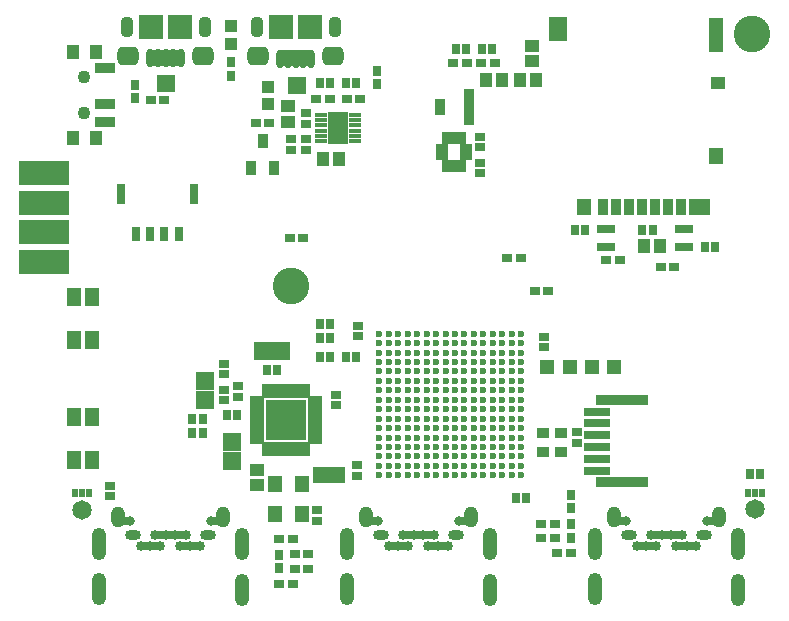
<source format=gts>
G04*
G04 #@! TF.GenerationSoftware,Altium Limited,Altium Designer,19.0.15 (446)*
G04*
G04 Layer_Color=8388736*
%FSLAX42Y42*%
%MOMM*%
G71*
G01*
G75*
%ADD66R,0.88X3.00*%
%ADD67R,0.88X1.45*%
%ADD68R,1.00X1.40*%
%ADD69R,1.00X1.40*%
%ADD70R,2.00X1.00*%
%ADD71R,0.70X0.80*%
%ADD72R,1.30X0.70*%
%ADD73R,2.20X0.70*%
%ADD74R,2.60X1.40*%
%ADD75R,1.55X0.30*%
%ADD76R,0.20X1.45*%
%ADD77R,0.49X0.73*%
%ADD78R,0.85X0.47*%
%ADD79R,0.85X0.45*%
%ADD80R,1.10X1.20*%
%ADD81R,0.80X0.84*%
%ADD82R,0.95X0.80*%
%ADD83R,0.84X0.80*%
%ADD84R,1.15X1.05*%
%ADD85R,1.00X1.20*%
%ADD86R,1.70X0.90*%
%ADD87R,0.80X0.95*%
%ADD88R,0.50X0.80*%
%ADD89R,0.45X0.88*%
%ADD90R,0.88X0.45*%
%ADD91R,0.80X1.30*%
%ADD92R,0.80X1.70*%
%ADD93R,1.05X0.85*%
%ADD94R,2.20X0.80*%
%ADD95R,4.40X0.90*%
%ADD96R,0.50X0.72*%
%ADD97C,0.60*%
%ADD98R,2.10X2.00*%
G04:AMPARAMS|DCode=99|XSize=1.8mm|YSize=1.6mm|CornerRadius=0.45mm|HoleSize=0mm|Usage=FLASHONLY|Rotation=180.000|XOffset=0mm|YOffset=0mm|HoleType=Round|Shape=RoundedRectangle|*
%AMROUNDEDRECTD99*
21,1,1.80,0.70,0,0,180.0*
21,1,0.90,1.60,0,0,180.0*
1,1,0.90,-0.45,0.35*
1,1,0.90,0.45,0.35*
1,1,0.90,0.45,-0.35*
1,1,0.90,-0.45,-0.35*
%
%ADD99ROUNDEDRECTD99*%
%ADD100O,0.60X1.55*%
%ADD101R,1.15X1.50*%
%ADD102R,1.20X1.10*%
%ADD103R,0.90X1.40*%
%ADD104R,1.20X1.40*%
%ADD105R,1.20X1.00*%
%ADD106R,1.20X3.00*%
%ADD107R,1.50X2.10*%
%ADD108R,1.00X1.00*%
%ADD109R,0.85X1.15*%
%ADD110R,1.05X0.45*%
%ADD111R,1.78X2.68*%
%ADD112R,1.20X1.20*%
%ADD113R,1.20X1.20*%
%ADD114R,4.27X2.11*%
%ADD115R,1.30X1.40*%
%ADD116R,0.56X1.17*%
%ADD117R,1.17X0.56*%
%ADD118R,3.45X3.45*%
%ADD119R,1.60X1.50*%
%ADD120R,1.50X1.60*%
%ADD121R,2.70X1.45*%
%ADD122C,1.65*%
%ADD123C,1.10*%
%ADD124C,0.85*%
%ADD125O,1.35X0.85*%
%ADD126C,0.80*%
%ADD127O,1.20X1.80*%
%ADD128O,1.20X2.76*%
%ADD129O,1.10X1.80*%
%ADD130C,3.10*%
D66*
X3429Y-800D02*
D03*
D67*
X3179D02*
D03*
D68*
X3400Y-1180D02*
D03*
D69*
X3200D02*
D03*
D70*
X3300Y-1060D02*
D03*
Y-1300D02*
D03*
D71*
X1285Y-4310D02*
D03*
X515D02*
D03*
X2615D02*
D03*
X3385D02*
D03*
X4715D02*
D03*
X5485D02*
D03*
D72*
X735Y-4515D02*
D03*
X1065D02*
D03*
X3165D02*
D03*
X2835D02*
D03*
X5265D02*
D03*
X4935D02*
D03*
D73*
X900Y-4425D02*
D03*
X3000D02*
D03*
X5100D02*
D03*
D74*
X860Y-390D02*
D03*
X1960Y-390D02*
D03*
D75*
X860Y-600D02*
D03*
X1970Y-620D02*
D03*
D76*
X5380Y-1650D02*
D03*
D77*
X5909Y-4067D02*
D03*
X5850D02*
D03*
X5791D02*
D03*
X90Y-4069D02*
D03*
X150D02*
D03*
X209D02*
D03*
D78*
X3430Y-675D02*
D03*
Y-925D02*
D03*
D79*
Y-725D02*
D03*
X3180Y-750D02*
D03*
X3430Y-775D02*
D03*
X3180Y-800D02*
D03*
X3430Y-825D02*
D03*
X3180Y-850D02*
D03*
X3430Y-875D02*
D03*
D80*
X3708Y-570D02*
D03*
X3572D02*
D03*
X3862D02*
D03*
X3997D02*
D03*
X5047Y-1980D02*
D03*
X4912D02*
D03*
X2327Y-1240D02*
D03*
X2192D02*
D03*
D81*
X3536Y-310D02*
D03*
X3624D02*
D03*
X5894Y-3910D02*
D03*
X5806D02*
D03*
X3404Y-310D02*
D03*
X3316D02*
D03*
X2474Y-2920D02*
D03*
X2386D02*
D03*
X2251Y-2760D02*
D03*
X2163D02*
D03*
X2163Y-2920D02*
D03*
X2251D02*
D03*
Y-2640D02*
D03*
X2163D02*
D03*
X1376Y-3410D02*
D03*
X1464D02*
D03*
X4896Y-1840D02*
D03*
X4984D02*
D03*
X5426Y-1990D02*
D03*
X5514D02*
D03*
X4414Y-1840D02*
D03*
X4326D02*
D03*
X3914Y-4110D02*
D03*
X3826D02*
D03*
X2254Y-600D02*
D03*
X2166D02*
D03*
X2386D02*
D03*
X2474D02*
D03*
X1174Y-3560D02*
D03*
X1086D02*
D03*
X1804Y-3030D02*
D03*
X1716D02*
D03*
X1174Y-3440D02*
D03*
X1086D02*
D03*
D82*
X3533Y-430D02*
D03*
X3647D02*
D03*
X3408D02*
D03*
X3292D02*
D03*
X4097Y-2360D02*
D03*
X3983D02*
D03*
X5167Y-2160D02*
D03*
X5053D02*
D03*
X4592Y-2100D02*
D03*
X4708D02*
D03*
X2027Y-1910D02*
D03*
X1912D02*
D03*
X848Y-740D02*
D03*
X732D02*
D03*
X4158Y-4450D02*
D03*
X4042D02*
D03*
X4172Y-4580D02*
D03*
X4288D02*
D03*
X4042Y-4330D02*
D03*
X4158D02*
D03*
X1738Y-940D02*
D03*
X1623D02*
D03*
X2133Y-730D02*
D03*
X2248D02*
D03*
X2508D02*
D03*
X2392D02*
D03*
X3867Y-2080D02*
D03*
X3753D02*
D03*
X1823Y-4840D02*
D03*
X1938D02*
D03*
X2067Y-4710D02*
D03*
X1952D02*
D03*
Y-4590D02*
D03*
X2067D02*
D03*
X1938Y-4460D02*
D03*
X1823D02*
D03*
D83*
X2140Y-4304D02*
D03*
Y-4216D02*
D03*
X390Y-4094D02*
D03*
Y-4006D02*
D03*
X3520Y-1276D02*
D03*
Y-1364D02*
D03*
X2490Y-2656D02*
D03*
Y-2744D02*
D03*
X4340Y-3644D02*
D03*
Y-3556D02*
D03*
X3520Y-1056D02*
D03*
Y-1144D02*
D03*
X1920Y-1076D02*
D03*
Y-1164D02*
D03*
X2050Y-1076D02*
D03*
Y-1164D02*
D03*
Y-944D02*
D03*
Y-856D02*
D03*
X4060Y-2834D02*
D03*
Y-2746D02*
D03*
X2300Y-3324D02*
D03*
Y-3236D02*
D03*
X1350Y-3284D02*
D03*
Y-3196D02*
D03*
X1470Y-3254D02*
D03*
Y-3166D02*
D03*
X1350Y-2976D02*
D03*
Y-3064D02*
D03*
X2480Y-3924D02*
D03*
Y-3836D02*
D03*
D84*
X1630Y-3875D02*
D03*
Y-4005D02*
D03*
X3960Y-285D02*
D03*
Y-415D02*
D03*
D85*
X266Y-1065D02*
D03*
Y-335D02*
D03*
X74Y-1065D02*
D03*
Y-335D02*
D03*
D86*
X345Y-925D02*
D03*
Y-475D02*
D03*
Y-775D02*
D03*
D87*
X2650Y-607D02*
D03*
Y-493D02*
D03*
X4290Y-4197D02*
D03*
Y-4083D02*
D03*
Y-4447D02*
D03*
Y-4333D02*
D03*
X1410Y-422D02*
D03*
Y-538D02*
D03*
X600Y-612D02*
D03*
Y-728D02*
D03*
X1820Y-4592D02*
D03*
Y-4708D02*
D03*
D88*
X5300Y-1988D02*
D03*
X5250D02*
D03*
X5200D02*
D03*
Y-1833D02*
D03*
X5250D02*
D03*
X5300D02*
D03*
X4540D02*
D03*
X4590D02*
D03*
X4640D02*
D03*
Y-1988D02*
D03*
X4590D02*
D03*
X4540D02*
D03*
D89*
X3225Y-1306D02*
D03*
X3275D02*
D03*
X3325D02*
D03*
X3375D02*
D03*
Y-1054D02*
D03*
X3325D02*
D03*
X3275D02*
D03*
X3225D02*
D03*
D90*
X3401Y-1230D02*
D03*
Y-1180D02*
D03*
Y-1130D02*
D03*
X3199D02*
D03*
Y-1180D02*
D03*
Y-1230D02*
D03*
D91*
X610Y-1880D02*
D03*
X730D02*
D03*
X850D02*
D03*
X970D02*
D03*
D92*
X483Y-1540D02*
D03*
X1097D02*
D03*
D93*
X4055Y-3725D02*
D03*
Y-3560D02*
D03*
X4210D02*
D03*
Y-3725D02*
D03*
D94*
X4510Y-3880D02*
D03*
Y-3780D02*
D03*
Y-3680D02*
D03*
Y-3580D02*
D03*
Y-3480D02*
D03*
Y-3380D02*
D03*
D95*
X4720Y-3980D02*
D03*
Y-3280D02*
D03*
D96*
X910Y-638D02*
D03*
X860D02*
D03*
X810D02*
D03*
Y-562D02*
D03*
X860D02*
D03*
X910D02*
D03*
X2020Y-658D02*
D03*
X1970D02*
D03*
X1920D02*
D03*
Y-582D02*
D03*
X1970D02*
D03*
X2020D02*
D03*
D97*
X3870Y-3920D02*
D03*
X3790D02*
D03*
X3710D02*
D03*
X3630D02*
D03*
X3550D02*
D03*
X3470D02*
D03*
X3390D02*
D03*
X3310D02*
D03*
X3230D02*
D03*
X3150D02*
D03*
X3070D02*
D03*
X2990D02*
D03*
X2910D02*
D03*
X2830D02*
D03*
X2750D02*
D03*
X2670D02*
D03*
X3870Y-3840D02*
D03*
X3790D02*
D03*
X3710D02*
D03*
X3630D02*
D03*
X3550D02*
D03*
X3470D02*
D03*
X3390D02*
D03*
X3310D02*
D03*
X3230D02*
D03*
X3150D02*
D03*
X3070D02*
D03*
X2990D02*
D03*
X2910D02*
D03*
X2830D02*
D03*
X2750D02*
D03*
X2670D02*
D03*
X3870Y-3760D02*
D03*
X3790D02*
D03*
X3710D02*
D03*
X3630D02*
D03*
X3550D02*
D03*
X3470D02*
D03*
X3390D02*
D03*
X3310D02*
D03*
X3230D02*
D03*
X3150D02*
D03*
X3070D02*
D03*
X2990D02*
D03*
X2910D02*
D03*
X2830D02*
D03*
X2750D02*
D03*
X2670D02*
D03*
X3870Y-3680D02*
D03*
X3790D02*
D03*
X3710D02*
D03*
X3630D02*
D03*
X3550D02*
D03*
X3470D02*
D03*
X3390D02*
D03*
X3310D02*
D03*
X3230D02*
D03*
X3150D02*
D03*
X3070D02*
D03*
X2990D02*
D03*
X2910D02*
D03*
X2830D02*
D03*
X2750D02*
D03*
X2670D02*
D03*
X3870Y-3600D02*
D03*
X3790D02*
D03*
X3710D02*
D03*
X3630D02*
D03*
X3550D02*
D03*
X3470D02*
D03*
X3390D02*
D03*
X3310D02*
D03*
X3230D02*
D03*
X3150D02*
D03*
X3070D02*
D03*
X2990D02*
D03*
X2910D02*
D03*
X2830D02*
D03*
X2750D02*
D03*
X2670D02*
D03*
X3870Y-3520D02*
D03*
X3790D02*
D03*
X3710D02*
D03*
X3630D02*
D03*
X3550D02*
D03*
X3470D02*
D03*
X3390D02*
D03*
X3310D02*
D03*
X3230D02*
D03*
X3150D02*
D03*
X3070D02*
D03*
X2990D02*
D03*
X2910D02*
D03*
X2830D02*
D03*
X2750D02*
D03*
X2670D02*
D03*
X3870Y-3440D02*
D03*
X3790D02*
D03*
X3710D02*
D03*
X3630D02*
D03*
X3550D02*
D03*
X3470D02*
D03*
X3390D02*
D03*
X3310D02*
D03*
X3230D02*
D03*
X3150D02*
D03*
X3070D02*
D03*
X2990D02*
D03*
X2910D02*
D03*
X2830D02*
D03*
X2750D02*
D03*
X2670D02*
D03*
X3870Y-3360D02*
D03*
X3790D02*
D03*
X3710D02*
D03*
X3630D02*
D03*
X3550D02*
D03*
X3470D02*
D03*
X3390D02*
D03*
X3310D02*
D03*
X3230D02*
D03*
X3150D02*
D03*
X3070D02*
D03*
X2990D02*
D03*
X2910D02*
D03*
X2830D02*
D03*
X2750D02*
D03*
X2670D02*
D03*
X3870Y-3280D02*
D03*
X3790D02*
D03*
X3710D02*
D03*
X3630D02*
D03*
X3550D02*
D03*
X3470D02*
D03*
X3390D02*
D03*
X3310D02*
D03*
X3230D02*
D03*
X3150D02*
D03*
X3070D02*
D03*
X2990D02*
D03*
X2910D02*
D03*
X2830D02*
D03*
X2750D02*
D03*
X2670D02*
D03*
X3870Y-3200D02*
D03*
X3790D02*
D03*
X3710D02*
D03*
X3630D02*
D03*
X3550D02*
D03*
X3470D02*
D03*
X3390D02*
D03*
X3310D02*
D03*
X3230D02*
D03*
X3150D02*
D03*
X3070D02*
D03*
X2990D02*
D03*
X2910D02*
D03*
X2830D02*
D03*
X2750D02*
D03*
X2670D02*
D03*
X3870Y-3120D02*
D03*
X3790D02*
D03*
X3710D02*
D03*
X3630D02*
D03*
X3550D02*
D03*
X3470D02*
D03*
X3390D02*
D03*
X3310D02*
D03*
X3230D02*
D03*
X3150D02*
D03*
X3070D02*
D03*
X2990D02*
D03*
X2910D02*
D03*
X2830D02*
D03*
X2750D02*
D03*
X2670D02*
D03*
X3870Y-3040D02*
D03*
X3790D02*
D03*
X3710D02*
D03*
X3630D02*
D03*
X3550D02*
D03*
X3470D02*
D03*
X3390D02*
D03*
X3310D02*
D03*
X3230D02*
D03*
X3150D02*
D03*
X3070D02*
D03*
X2990D02*
D03*
X2910D02*
D03*
X2830D02*
D03*
X2750D02*
D03*
X2670D02*
D03*
X3870Y-2960D02*
D03*
X3790D02*
D03*
X3710D02*
D03*
X3630D02*
D03*
X3550D02*
D03*
X3470D02*
D03*
X3390D02*
D03*
X3310D02*
D03*
X3230D02*
D03*
X3150D02*
D03*
X3070D02*
D03*
X2990D02*
D03*
X2910D02*
D03*
X2830D02*
D03*
X2750D02*
D03*
X2670D02*
D03*
X3870Y-2880D02*
D03*
X3790D02*
D03*
X3710D02*
D03*
X3630D02*
D03*
X3550D02*
D03*
X3470D02*
D03*
X3390D02*
D03*
X3310D02*
D03*
X3230D02*
D03*
X3150D02*
D03*
X3070D02*
D03*
X2990D02*
D03*
X2910D02*
D03*
X2830D02*
D03*
X2750D02*
D03*
X2670D02*
D03*
X3870Y-2800D02*
D03*
X3790D02*
D03*
X3710D02*
D03*
X3630D02*
D03*
X3550D02*
D03*
X3470D02*
D03*
X3390D02*
D03*
X3310D02*
D03*
X3230D02*
D03*
X3150D02*
D03*
X3070D02*
D03*
X2990D02*
D03*
X2910D02*
D03*
X2830D02*
D03*
X2750D02*
D03*
X2670D02*
D03*
X3870Y-2720D02*
D03*
X3790D02*
D03*
X3710D02*
D03*
X3630D02*
D03*
X3550D02*
D03*
X3470D02*
D03*
X3390D02*
D03*
X3310D02*
D03*
X3230D02*
D03*
X3150D02*
D03*
X3070D02*
D03*
X2990D02*
D03*
X2910D02*
D03*
X2830D02*
D03*
X2750D02*
D03*
X2670D02*
D03*
D98*
X740Y-123D02*
D03*
X980D02*
D03*
X2080Y-125D02*
D03*
X1840D02*
D03*
D99*
X540Y-367D02*
D03*
X1180D02*
D03*
X2280Y-370D02*
D03*
X1640D02*
D03*
D100*
X860Y-390D02*
D03*
X925D02*
D03*
X990D02*
D03*
X730D02*
D03*
X795D02*
D03*
X1895Y-392D02*
D03*
X1830D02*
D03*
X2090D02*
D03*
X2025D02*
D03*
X1960D02*
D03*
D101*
X233Y-3430D02*
D03*
X88D02*
D03*
X233Y-3790D02*
D03*
X88D02*
D03*
X233Y-2410D02*
D03*
X88D02*
D03*
X233Y-2770D02*
D03*
X88D02*
D03*
D102*
X1900Y-927D02*
D03*
Y-792D02*
D03*
D103*
X4560Y-1650D02*
D03*
X4670D02*
D03*
X4780D02*
D03*
X4890D02*
D03*
X5000D02*
D03*
X5110D02*
D03*
X5220D02*
D03*
X5330D02*
D03*
X5425D02*
D03*
D104*
X4405D02*
D03*
X5520Y-1220D02*
D03*
D105*
X5535Y-600D02*
D03*
D106*
X5520Y-190D02*
D03*
D107*
X4185Y-140D02*
D03*
D108*
X1410Y-115D02*
D03*
Y-265D02*
D03*
X1730Y-780D02*
D03*
Y-630D02*
D03*
D109*
X1680Y-1085D02*
D03*
X1775Y-1315D02*
D03*
X1585D02*
D03*
D110*
X2178Y-867D02*
D03*
Y-912D02*
D03*
Y-957D02*
D03*
Y-1002D02*
D03*
Y-1047D02*
D03*
Y-1092D02*
D03*
X2461Y-867D02*
D03*
Y-912D02*
D03*
Y-957D02*
D03*
Y-1002D02*
D03*
Y-1047D02*
D03*
Y-1092D02*
D03*
D111*
X2320Y-980D02*
D03*
D112*
X4090Y-3000D02*
D03*
X4660D02*
D03*
X4280D02*
D03*
D113*
X4470D02*
D03*
D114*
X-170Y-1360D02*
D03*
Y-1610D02*
D03*
Y-1860D02*
D03*
Y-2110D02*
D03*
D115*
X1785Y-4247D02*
D03*
Y-3993D02*
D03*
X2015D02*
D03*
Y-4247D02*
D03*
D116*
X1705Y-3695D02*
D03*
X1755D02*
D03*
X1805D02*
D03*
X1855D02*
D03*
X1905D02*
D03*
X1955D02*
D03*
X2005D02*
D03*
X2055D02*
D03*
Y-3205D02*
D03*
X2005D02*
D03*
X1955D02*
D03*
X1905D02*
D03*
X1855D02*
D03*
X1805D02*
D03*
X1755D02*
D03*
X1705D02*
D03*
D117*
X2125Y-3625D02*
D03*
Y-3575D02*
D03*
Y-3525D02*
D03*
Y-3475D02*
D03*
Y-3425D02*
D03*
Y-3375D02*
D03*
Y-3325D02*
D03*
Y-3275D02*
D03*
X1635D02*
D03*
Y-3325D02*
D03*
Y-3375D02*
D03*
Y-3425D02*
D03*
Y-3475D02*
D03*
Y-3525D02*
D03*
Y-3575D02*
D03*
Y-3625D02*
D03*
D118*
X1880Y-3450D02*
D03*
D119*
X1420Y-3640D02*
D03*
Y-3800D02*
D03*
X1190Y-3280D02*
D03*
Y-3120D02*
D03*
D120*
X1840Y-2870D02*
D03*
X1680D02*
D03*
D121*
X2240Y-3920D02*
D03*
D122*
X5851Y-4208D02*
D03*
X150Y-4210D02*
D03*
D123*
X170Y-850D02*
D03*
Y-550D02*
D03*
D124*
X730Y-4514D02*
D03*
X650D02*
D03*
X815D02*
D03*
X860Y-4424D02*
D03*
X770D02*
D03*
X1030D02*
D03*
X940D02*
D03*
X985Y-4514D02*
D03*
X1150D02*
D03*
X1070D02*
D03*
X3170D02*
D03*
X3250D02*
D03*
X3085D02*
D03*
X3040Y-4424D02*
D03*
X3130D02*
D03*
X2870D02*
D03*
X2960D02*
D03*
X2915Y-4514D02*
D03*
X2750D02*
D03*
X2830D02*
D03*
X5270D02*
D03*
X5350D02*
D03*
X5185D02*
D03*
X5140Y-4424D02*
D03*
X5230D02*
D03*
X4970D02*
D03*
X5060D02*
D03*
X5015Y-4514D02*
D03*
X4850D02*
D03*
X4930D02*
D03*
D125*
X1220Y-4424D02*
D03*
X580D02*
D03*
X2680D02*
D03*
X3320D02*
D03*
X4780D02*
D03*
X5420D02*
D03*
D126*
X555Y-4310D02*
D03*
X1245D02*
D03*
X3345D02*
D03*
X2655D02*
D03*
X5445D02*
D03*
X4755D02*
D03*
D127*
X453Y-4270D02*
D03*
X1348D02*
D03*
X3447D02*
D03*
X2552D02*
D03*
X5547D02*
D03*
X4652D02*
D03*
D128*
X1507Y-4504D02*
D03*
X292D02*
D03*
X1507Y-4890D02*
D03*
X292Y-4880D02*
D03*
X2392D02*
D03*
X3607Y-4890D02*
D03*
X2392Y-4504D02*
D03*
X3607D02*
D03*
X4492Y-4880D02*
D03*
X5707Y-4890D02*
D03*
X4492Y-4504D02*
D03*
X5707D02*
D03*
D129*
X530Y-123D02*
D03*
X1190D02*
D03*
X2290Y-125D02*
D03*
X1630D02*
D03*
D130*
X1921Y-2317D02*
D03*
X5823Y-181D02*
D03*
M02*

</source>
